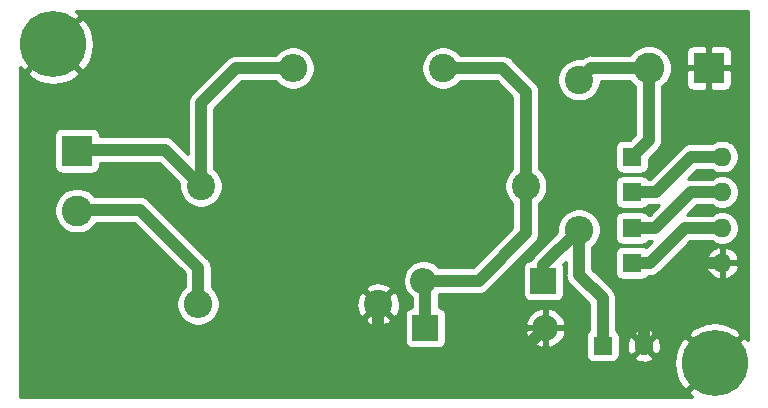
<source format=gbr>
%TF.GenerationSoftware,KiCad,Pcbnew,(5.1.6)-1*%
%TF.CreationDate,2020-09-05T12:43:39-05:00*%
%TF.ProjectId,fuente-sin-transformador,6675656e-7465-42d7-9369-6e2d7472616e,rev?*%
%TF.SameCoordinates,Original*%
%TF.FileFunction,Copper,L2,Bot*%
%TF.FilePolarity,Positive*%
%FSLAX46Y46*%
G04 Gerber Fmt 4.6, Leading zero omitted, Abs format (unit mm)*
G04 Created by KiCad (PCBNEW (5.1.6)-1) date 2020-09-05 12:43:39*
%MOMM*%
%LPD*%
G01*
G04 APERTURE LIST*
%TA.AperFunction,ComponentPad*%
%ADD10C,5.600000*%
%TD*%
%TA.AperFunction,ComponentPad*%
%ADD11O,1.600000X1.600000*%
%TD*%
%TA.AperFunction,ComponentPad*%
%ADD12R,1.600000X1.600000*%
%TD*%
%TA.AperFunction,ComponentPad*%
%ADD13O,2.400000X2.400000*%
%TD*%
%TA.AperFunction,ComponentPad*%
%ADD14C,2.400000*%
%TD*%
%TA.AperFunction,ComponentPad*%
%ADD15C,2.600000*%
%TD*%
%TA.AperFunction,ComponentPad*%
%ADD16R,2.600000X2.600000*%
%TD*%
%TA.AperFunction,ComponentPad*%
%ADD17O,2.200000X2.200000*%
%TD*%
%TA.AperFunction,ComponentPad*%
%ADD18R,2.200000X2.200000*%
%TD*%
%TA.AperFunction,ComponentPad*%
%ADD19C,1.600000*%
%TD*%
%TA.AperFunction,Conductor*%
%ADD20C,1.000000*%
%TD*%
%TA.AperFunction,Conductor*%
%ADD21C,0.254000*%
%TD*%
G04 APERTURE END LIST*
D10*
%TO.P,J4,1*%
%TO.N,GNDREF*%
X173500000Y-106500000D03*
%TD*%
%TO.P,J3,1*%
%TO.N,GNDREF*%
X117500000Y-79500000D03*
%TD*%
D11*
%TO.P,D6,2*%
%TO.N,GNDREF*%
X174120000Y-98000000D03*
D12*
%TO.P,D6,1*%
%TO.N,Net-(D5-Pad2)*%
X166500000Y-98000000D03*
%TD*%
D11*
%TO.P,D5,2*%
%TO.N,Net-(D5-Pad2)*%
X174120000Y-95050000D03*
D12*
%TO.P,D5,1*%
%TO.N,Net-(D4-Pad2)*%
X166500000Y-95050000D03*
%TD*%
D11*
%TO.P,D4,2*%
%TO.N,Net-(D4-Pad2)*%
X174120000Y-92000000D03*
D12*
%TO.P,D4,1*%
%TO.N,Net-(D3-Pad2)*%
X166500000Y-92000000D03*
%TD*%
D13*
%TO.P,R3,2*%
%TO.N,Net-(C2-Pad1)*%
X162000000Y-95200000D03*
D14*
%TO.P,R3,1*%
%TO.N,+12V*%
X162000000Y-82500000D03*
%TD*%
D13*
%TO.P,R2,2*%
%TO.N,Net-(J1-Pad2)*%
X129760000Y-101500000D03*
D14*
%TO.P,R2,1*%
%TO.N,GNDREF*%
X145000000Y-101500000D03*
%TD*%
D13*
%TO.P,R1,2*%
%TO.N,/VAC*%
X137800000Y-81500000D03*
D14*
%TO.P,R1,1*%
%TO.N,Net-(C1-Pad1)*%
X150500000Y-81500000D03*
%TD*%
D15*
%TO.P,J2,2*%
%TO.N,+12V*%
X167920000Y-81500000D03*
D16*
%TO.P,J2,1*%
%TO.N,GNDREF*%
X173000000Y-81500000D03*
%TD*%
D15*
%TO.P,J1,2*%
%TO.N,Net-(J1-Pad2)*%
X119500000Y-93580000D03*
D16*
%TO.P,J1,1*%
%TO.N,/VAC*%
X119500000Y-88500000D03*
%TD*%
D11*
%TO.P,D3,2*%
%TO.N,Net-(D3-Pad2)*%
X174120000Y-89000000D03*
D12*
%TO.P,D3,1*%
%TO.N,+12V*%
X166500000Y-89000000D03*
%TD*%
D17*
%TO.P,D2,2*%
%TO.N,Net-(C1-Pad1)*%
X148840000Y-99500000D03*
D18*
%TO.P,D2,1*%
%TO.N,Net-(C2-Pad1)*%
X159000000Y-99500000D03*
%TD*%
D17*
%TO.P,D1,2*%
%TO.N,GNDREF*%
X159160000Y-103500000D03*
D18*
%TO.P,D1,1*%
%TO.N,Net-(C1-Pad1)*%
X149000000Y-103500000D03*
%TD*%
D19*
%TO.P,C2,2*%
%TO.N,GNDREF*%
X167500000Y-105000000D03*
D12*
%TO.P,C2,1*%
%TO.N,Net-(C2-Pad1)*%
X164000000Y-105000000D03*
%TD*%
D14*
%TO.P,C1,2*%
%TO.N,/VAC*%
X130000000Y-91500000D03*
%TO.P,C1,1*%
%TO.N,Net-(C1-Pad1)*%
X157500000Y-91500000D03*
%TD*%
D20*
%TO.N,/VAC*%
X119580000Y-88420000D02*
X119500000Y-88500000D01*
X130000000Y-91500000D02*
X126920000Y-88420000D01*
X126920000Y-88420000D02*
X119580000Y-88420000D01*
%TO.N,Net-(C1-Pad1)*%
X149000000Y-99660000D02*
X148840000Y-99500000D01*
X149000000Y-103500000D02*
X149000000Y-99660000D01*
X157500000Y-83500000D02*
X157500000Y-91500000D01*
X150500000Y-81500000D02*
X155500000Y-81500000D01*
X155500000Y-81500000D02*
X157500000Y-83500000D01*
X148840000Y-99500000D02*
X153500000Y-99500000D01*
X157500000Y-95500000D02*
X157500000Y-91500000D01*
X153500000Y-99500000D02*
X157500000Y-95500000D01*
%TO.N,GNDREF*%
X145000000Y-101500000D02*
X145000000Y-104500000D01*
X145000000Y-104500000D02*
X147000000Y-106500000D01*
X156160000Y-106500000D02*
X159160000Y-103500000D01*
X147000000Y-106500000D02*
X156160000Y-106500000D01*
X167500000Y-105000000D02*
X167500000Y-101000000D01*
X170500000Y-98000000D02*
X174120000Y-98000000D01*
X167500000Y-101000000D02*
X170500000Y-98000000D01*
%TO.N,+12V*%
X163000000Y-81500000D02*
X167920000Y-81500000D01*
X162000000Y-82500000D02*
X163000000Y-81500000D01*
X167920000Y-87580000D02*
X166500000Y-89000000D01*
X167920000Y-81500000D02*
X167920000Y-87580000D01*
%TO.N,Net-(J1-Pad2)*%
X124830000Y-93500000D02*
X119580000Y-93500000D01*
X119580000Y-93500000D02*
X119500000Y-93580000D01*
X129760000Y-101500000D02*
X129760000Y-98430000D01*
X129760000Y-98430000D02*
X124830000Y-93500000D01*
%TO.N,/VAC*%
X130000000Y-84500000D02*
X130000000Y-91500000D01*
X137800000Y-81500000D02*
X133000000Y-81500000D01*
X133000000Y-81500000D02*
X130000000Y-84500000D01*
%TO.N,Net-(C2-Pad1)*%
X159000000Y-98200000D02*
X162000000Y-95200000D01*
X159000000Y-99500000D02*
X159000000Y-98200000D01*
X162000000Y-95200000D02*
X162000000Y-99000000D01*
X164000000Y-101000000D02*
X164000000Y-105000000D01*
X162000000Y-99000000D02*
X164000000Y-101000000D01*
%TO.N,Net-(D3-Pad2)*%
X171500000Y-89000000D02*
X174120000Y-89000000D01*
X166500000Y-92000000D02*
X168500000Y-92000000D01*
X168500000Y-92000000D02*
X171500000Y-89000000D01*
%TO.N,Net-(D4-Pad2)*%
X171500000Y-92000000D02*
X174120000Y-92000000D01*
X166500000Y-95050000D02*
X168450000Y-95050000D01*
X168450000Y-95050000D02*
X171500000Y-92000000D01*
%TO.N,Net-(D5-Pad2)*%
X166500000Y-98000000D02*
X168000000Y-98000000D01*
X170950000Y-95050000D02*
X174120000Y-95050000D01*
X168000000Y-98000000D02*
X170950000Y-95050000D01*
%TD*%
D21*
%TO.N,GNDREF*%
G36*
X176340001Y-104557792D02*
G01*
X175916481Y-104263124D01*
X173679605Y-106500000D01*
X173693748Y-106514143D01*
X173514143Y-106693748D01*
X173500000Y-106679605D01*
X171263124Y-108916481D01*
X171557791Y-109340000D01*
X114660000Y-109340000D01*
X114660000Y-106491484D01*
X170048390Y-106491484D01*
X170113051Y-107165023D01*
X170307870Y-107813006D01*
X170625361Y-108410530D01*
X170634823Y-108424692D01*
X171083519Y-108736876D01*
X173320395Y-106500000D01*
X171083519Y-104263124D01*
X170634823Y-104575308D01*
X170314388Y-105171259D01*
X170116374Y-105818273D01*
X170048390Y-106491484D01*
X114660000Y-106491484D01*
X114660000Y-93389419D01*
X117565000Y-93389419D01*
X117565000Y-93770581D01*
X117639361Y-94144419D01*
X117785225Y-94496566D01*
X117996987Y-94813491D01*
X118266509Y-95083013D01*
X118583434Y-95294775D01*
X118935581Y-95440639D01*
X119309419Y-95515000D01*
X119690581Y-95515000D01*
X120064419Y-95440639D01*
X120416566Y-95294775D01*
X120733491Y-95083013D01*
X121003013Y-94813491D01*
X121122277Y-94635000D01*
X124359869Y-94635000D01*
X128625001Y-98900133D01*
X128625000Y-100051446D01*
X128590256Y-100074662D01*
X128334662Y-100330256D01*
X128133844Y-100630801D01*
X127995518Y-100964750D01*
X127925000Y-101319268D01*
X127925000Y-101680732D01*
X127995518Y-102035250D01*
X128133844Y-102369199D01*
X128334662Y-102669744D01*
X128590256Y-102925338D01*
X128890801Y-103126156D01*
X129224750Y-103264482D01*
X129579268Y-103335000D01*
X129940732Y-103335000D01*
X130295250Y-103264482D01*
X130629199Y-103126156D01*
X130929744Y-102925338D01*
X131077102Y-102777980D01*
X143901626Y-102777980D01*
X144021514Y-103062836D01*
X144345210Y-103223699D01*
X144694069Y-103318322D01*
X145054684Y-103343067D01*
X145413198Y-103296985D01*
X145755833Y-103181846D01*
X145978486Y-103062836D01*
X146098374Y-102777980D01*
X145000000Y-101679605D01*
X143901626Y-102777980D01*
X131077102Y-102777980D01*
X131185338Y-102669744D01*
X131386156Y-102369199D01*
X131524482Y-102035250D01*
X131595000Y-101680732D01*
X131595000Y-101554684D01*
X143156933Y-101554684D01*
X143203015Y-101913198D01*
X143318154Y-102255833D01*
X143437164Y-102478486D01*
X143722020Y-102598374D01*
X144820395Y-101500000D01*
X145179605Y-101500000D01*
X146277980Y-102598374D01*
X146562836Y-102478486D01*
X146723699Y-102154790D01*
X146818322Y-101805931D01*
X146843067Y-101445316D01*
X146796985Y-101086802D01*
X146681846Y-100744167D01*
X146562836Y-100521514D01*
X146277980Y-100401626D01*
X145179605Y-101500000D01*
X144820395Y-101500000D01*
X143722020Y-100401626D01*
X143437164Y-100521514D01*
X143276301Y-100845210D01*
X143181678Y-101194069D01*
X143156933Y-101554684D01*
X131595000Y-101554684D01*
X131595000Y-101319268D01*
X131524482Y-100964750D01*
X131386156Y-100630801D01*
X131185338Y-100330256D01*
X131077102Y-100222020D01*
X143901626Y-100222020D01*
X145000000Y-101320395D01*
X146098374Y-100222020D01*
X145978486Y-99937164D01*
X145654790Y-99776301D01*
X145305931Y-99681678D01*
X144945316Y-99656933D01*
X144586802Y-99703015D01*
X144244167Y-99818154D01*
X144021514Y-99937164D01*
X143901626Y-100222020D01*
X131077102Y-100222020D01*
X130929744Y-100074662D01*
X130895000Y-100051447D01*
X130895000Y-99329117D01*
X147105000Y-99329117D01*
X147105000Y-99670883D01*
X147171675Y-100006081D01*
X147302463Y-100321831D01*
X147492337Y-100605998D01*
X147734002Y-100847663D01*
X147865001Y-100935193D01*
X147865000Y-101765375D01*
X147775518Y-101774188D01*
X147655820Y-101810498D01*
X147545506Y-101869463D01*
X147448815Y-101948815D01*
X147369463Y-102045506D01*
X147310498Y-102155820D01*
X147274188Y-102275518D01*
X147261928Y-102400000D01*
X147261928Y-104600000D01*
X147274188Y-104724482D01*
X147310498Y-104844180D01*
X147369463Y-104954494D01*
X147448815Y-105051185D01*
X147545506Y-105130537D01*
X147655820Y-105189502D01*
X147775518Y-105225812D01*
X147900000Y-105238072D01*
X150100000Y-105238072D01*
X150224482Y-105225812D01*
X150344180Y-105189502D01*
X150454494Y-105130537D01*
X150551185Y-105051185D01*
X150630537Y-104954494D01*
X150689502Y-104844180D01*
X150725812Y-104724482D01*
X150738072Y-104600000D01*
X150738072Y-103896122D01*
X157470825Y-103896122D01*
X157535425Y-104109094D01*
X157685469Y-104414329D01*
X157892178Y-104684427D01*
X158147609Y-104909008D01*
X158441946Y-105079442D01*
X158763877Y-105189179D01*
X159033000Y-105071600D01*
X159033000Y-103627000D01*
X159287000Y-103627000D01*
X159287000Y-105071600D01*
X159556123Y-105189179D01*
X159878054Y-105079442D01*
X160172391Y-104909008D01*
X160427822Y-104684427D01*
X160634531Y-104414329D01*
X160784575Y-104109094D01*
X160849175Y-103896122D01*
X160731125Y-103627000D01*
X159287000Y-103627000D01*
X159033000Y-103627000D01*
X157588875Y-103627000D01*
X157470825Y-103896122D01*
X150738072Y-103896122D01*
X150738072Y-103103878D01*
X157470825Y-103103878D01*
X157588875Y-103373000D01*
X159033000Y-103373000D01*
X159033000Y-101928400D01*
X159287000Y-101928400D01*
X159287000Y-103373000D01*
X160731125Y-103373000D01*
X160849175Y-103103878D01*
X160784575Y-102890906D01*
X160634531Y-102585671D01*
X160427822Y-102315573D01*
X160172391Y-102090992D01*
X159878054Y-101920558D01*
X159556123Y-101810821D01*
X159287000Y-101928400D01*
X159033000Y-101928400D01*
X158763877Y-101810821D01*
X158441946Y-101920558D01*
X158147609Y-102090992D01*
X157892178Y-102315573D01*
X157685469Y-102585671D01*
X157535425Y-102890906D01*
X157470825Y-103103878D01*
X150738072Y-103103878D01*
X150738072Y-102400000D01*
X150725812Y-102275518D01*
X150689502Y-102155820D01*
X150630537Y-102045506D01*
X150551185Y-101948815D01*
X150454494Y-101869463D01*
X150344180Y-101810498D01*
X150224482Y-101774188D01*
X150135000Y-101765375D01*
X150135000Y-100658661D01*
X150158661Y-100635000D01*
X153444249Y-100635000D01*
X153500000Y-100640491D01*
X153555751Y-100635000D01*
X153555752Y-100635000D01*
X153722499Y-100618577D01*
X153936447Y-100553676D01*
X154133623Y-100448284D01*
X154306449Y-100306449D01*
X154341996Y-100263135D01*
X156205131Y-98400000D01*
X157261928Y-98400000D01*
X157261928Y-100600000D01*
X157274188Y-100724482D01*
X157310498Y-100844180D01*
X157369463Y-100954494D01*
X157448815Y-101051185D01*
X157545506Y-101130537D01*
X157655820Y-101189502D01*
X157775518Y-101225812D01*
X157900000Y-101238072D01*
X160100000Y-101238072D01*
X160224482Y-101225812D01*
X160344180Y-101189502D01*
X160454494Y-101130537D01*
X160551185Y-101051185D01*
X160630537Y-100954494D01*
X160689502Y-100844180D01*
X160725812Y-100724482D01*
X160738072Y-100600000D01*
X160738072Y-98400000D01*
X160725812Y-98275518D01*
X160689502Y-98155820D01*
X160675502Y-98129629D01*
X160865001Y-97940131D01*
X160865001Y-98944239D01*
X160859509Y-99000000D01*
X160881423Y-99222498D01*
X160946324Y-99436446D01*
X160995384Y-99528230D01*
X161051717Y-99633623D01*
X161193552Y-99806449D01*
X161236860Y-99841991D01*
X162865000Y-101470132D01*
X162865001Y-103659043D01*
X162845506Y-103669463D01*
X162748815Y-103748815D01*
X162669463Y-103845506D01*
X162610498Y-103955820D01*
X162574188Y-104075518D01*
X162561928Y-104200000D01*
X162561928Y-105800000D01*
X162574188Y-105924482D01*
X162610498Y-106044180D01*
X162669463Y-106154494D01*
X162748815Y-106251185D01*
X162845506Y-106330537D01*
X162955820Y-106389502D01*
X163075518Y-106425812D01*
X163200000Y-106438072D01*
X164800000Y-106438072D01*
X164924482Y-106425812D01*
X165044180Y-106389502D01*
X165154494Y-106330537D01*
X165251185Y-106251185D01*
X165330537Y-106154494D01*
X165389502Y-106044180D01*
X165405117Y-105992702D01*
X166686903Y-105992702D01*
X166758486Y-106236671D01*
X167013996Y-106357571D01*
X167288184Y-106426300D01*
X167570512Y-106440217D01*
X167850130Y-106398787D01*
X168116292Y-106303603D01*
X168241514Y-106236671D01*
X168313097Y-105992702D01*
X167500000Y-105179605D01*
X166686903Y-105992702D01*
X165405117Y-105992702D01*
X165425812Y-105924482D01*
X165438072Y-105800000D01*
X165438072Y-105070512D01*
X166059783Y-105070512D01*
X166101213Y-105350130D01*
X166196397Y-105616292D01*
X166263329Y-105741514D01*
X166507298Y-105813097D01*
X167320395Y-105000000D01*
X167679605Y-105000000D01*
X168492702Y-105813097D01*
X168736671Y-105741514D01*
X168857571Y-105486004D01*
X168926300Y-105211816D01*
X168940217Y-104929488D01*
X168898787Y-104649870D01*
X168803603Y-104383708D01*
X168736671Y-104258486D01*
X168492702Y-104186903D01*
X167679605Y-105000000D01*
X167320395Y-105000000D01*
X166507298Y-104186903D01*
X166263329Y-104258486D01*
X166142429Y-104513996D01*
X166073700Y-104788184D01*
X166059783Y-105070512D01*
X165438072Y-105070512D01*
X165438072Y-104200000D01*
X165425812Y-104075518D01*
X165405118Y-104007298D01*
X166686903Y-104007298D01*
X167500000Y-104820395D01*
X168236876Y-104083519D01*
X171263124Y-104083519D01*
X173500000Y-106320395D01*
X175736876Y-104083519D01*
X175424692Y-103634823D01*
X174828741Y-103314388D01*
X174181727Y-103116374D01*
X173508516Y-103048390D01*
X172834977Y-103113051D01*
X172186994Y-103307870D01*
X171589470Y-103625361D01*
X171575308Y-103634823D01*
X171263124Y-104083519D01*
X168236876Y-104083519D01*
X168313097Y-104007298D01*
X168241514Y-103763329D01*
X167986004Y-103642429D01*
X167711816Y-103573700D01*
X167429488Y-103559783D01*
X167149870Y-103601213D01*
X166883708Y-103696397D01*
X166758486Y-103763329D01*
X166686903Y-104007298D01*
X165405118Y-104007298D01*
X165389502Y-103955820D01*
X165330537Y-103845506D01*
X165251185Y-103748815D01*
X165154494Y-103669463D01*
X165135000Y-103659043D01*
X165135000Y-101055751D01*
X165140491Y-100999999D01*
X165118577Y-100777500D01*
X165075349Y-100635000D01*
X165053676Y-100563553D01*
X164948284Y-100366377D01*
X164806449Y-100193551D01*
X164763141Y-100158009D01*
X163135000Y-98529869D01*
X163135000Y-96648553D01*
X163169744Y-96625338D01*
X163425338Y-96369744D01*
X163626156Y-96069199D01*
X163764482Y-95735250D01*
X163835000Y-95380732D01*
X163835000Y-95019268D01*
X163764482Y-94664750D01*
X163626156Y-94330801D01*
X163425338Y-94030256D01*
X163169744Y-93774662D01*
X162869199Y-93573844D01*
X162535250Y-93435518D01*
X162180732Y-93365000D01*
X161819268Y-93365000D01*
X161464750Y-93435518D01*
X161130801Y-93573844D01*
X160830256Y-93774662D01*
X160574662Y-94030256D01*
X160373844Y-94330801D01*
X160235518Y-94664750D01*
X160165000Y-95019268D01*
X160165000Y-95380732D01*
X160173152Y-95421716D01*
X158236860Y-97358009D01*
X158193552Y-97393551D01*
X158051717Y-97566377D01*
X157947193Y-97761928D01*
X157900000Y-97761928D01*
X157775518Y-97774188D01*
X157655820Y-97810498D01*
X157545506Y-97869463D01*
X157448815Y-97948815D01*
X157369463Y-98045506D01*
X157310498Y-98155820D01*
X157274188Y-98275518D01*
X157261928Y-98400000D01*
X156205131Y-98400000D01*
X158263141Y-96341991D01*
X158306449Y-96306449D01*
X158448284Y-96133623D01*
X158553676Y-95936447D01*
X158618577Y-95722499D01*
X158635000Y-95555752D01*
X158635000Y-95555743D01*
X158640490Y-95500001D01*
X158635000Y-95444259D01*
X158635000Y-92948553D01*
X158669744Y-92925338D01*
X158925338Y-92669744D01*
X159126156Y-92369199D01*
X159264482Y-92035250D01*
X159335000Y-91680732D01*
X159335000Y-91319268D01*
X159311277Y-91200000D01*
X165061928Y-91200000D01*
X165061928Y-92800000D01*
X165074188Y-92924482D01*
X165110498Y-93044180D01*
X165169463Y-93154494D01*
X165248815Y-93251185D01*
X165345506Y-93330537D01*
X165455820Y-93389502D01*
X165575518Y-93425812D01*
X165700000Y-93438072D01*
X167300000Y-93438072D01*
X167424482Y-93425812D01*
X167544180Y-93389502D01*
X167654494Y-93330537D01*
X167751185Y-93251185D01*
X167830537Y-93154494D01*
X167840957Y-93135000D01*
X168444249Y-93135000D01*
X168500000Y-93140491D01*
X168555751Y-93135000D01*
X168555752Y-93135000D01*
X168722499Y-93118577D01*
X168799715Y-93095154D01*
X167979869Y-93915000D01*
X167840957Y-93915000D01*
X167830537Y-93895506D01*
X167751185Y-93798815D01*
X167654494Y-93719463D01*
X167544180Y-93660498D01*
X167424482Y-93624188D01*
X167300000Y-93611928D01*
X165700000Y-93611928D01*
X165575518Y-93624188D01*
X165455820Y-93660498D01*
X165345506Y-93719463D01*
X165248815Y-93798815D01*
X165169463Y-93895506D01*
X165110498Y-94005820D01*
X165074188Y-94125518D01*
X165061928Y-94250000D01*
X165061928Y-95850000D01*
X165074188Y-95974482D01*
X165110498Y-96094180D01*
X165169463Y-96204494D01*
X165248815Y-96301185D01*
X165345506Y-96380537D01*
X165455820Y-96439502D01*
X165575518Y-96475812D01*
X165700000Y-96488072D01*
X167300000Y-96488072D01*
X167424482Y-96475812D01*
X167544180Y-96439502D01*
X167654494Y-96380537D01*
X167751185Y-96301185D01*
X167830537Y-96204494D01*
X167840957Y-96185000D01*
X168209869Y-96185000D01*
X167693442Y-96701427D01*
X167654494Y-96669463D01*
X167544180Y-96610498D01*
X167424482Y-96574188D01*
X167300000Y-96561928D01*
X165700000Y-96561928D01*
X165575518Y-96574188D01*
X165455820Y-96610498D01*
X165345506Y-96669463D01*
X165248815Y-96748815D01*
X165169463Y-96845506D01*
X165110498Y-96955820D01*
X165074188Y-97075518D01*
X165061928Y-97200000D01*
X165061928Y-98800000D01*
X165074188Y-98924482D01*
X165110498Y-99044180D01*
X165169463Y-99154494D01*
X165248815Y-99251185D01*
X165345506Y-99330537D01*
X165455820Y-99389502D01*
X165575518Y-99425812D01*
X165700000Y-99438072D01*
X167300000Y-99438072D01*
X167424482Y-99425812D01*
X167544180Y-99389502D01*
X167654494Y-99330537D01*
X167751185Y-99251185D01*
X167830537Y-99154494D01*
X167840957Y-99135000D01*
X167944249Y-99135000D01*
X168000000Y-99140491D01*
X168055751Y-99135000D01*
X168055752Y-99135000D01*
X168222499Y-99118577D01*
X168436447Y-99053676D01*
X168633623Y-98948284D01*
X168806449Y-98806449D01*
X168841996Y-98763135D01*
X169256092Y-98349039D01*
X172728096Y-98349039D01*
X172768754Y-98483087D01*
X172888963Y-98737420D01*
X173056481Y-98963414D01*
X173264869Y-99152385D01*
X173506119Y-99297070D01*
X173770960Y-99391909D01*
X173993000Y-99270624D01*
X173993000Y-98127000D01*
X174247000Y-98127000D01*
X174247000Y-99270624D01*
X174469040Y-99391909D01*
X174733881Y-99297070D01*
X174975131Y-99152385D01*
X175183519Y-98963414D01*
X175351037Y-98737420D01*
X175471246Y-98483087D01*
X175511904Y-98349039D01*
X175389915Y-98127000D01*
X174247000Y-98127000D01*
X173993000Y-98127000D01*
X172850085Y-98127000D01*
X172728096Y-98349039D01*
X169256092Y-98349039D01*
X169954170Y-97650961D01*
X172728096Y-97650961D01*
X172850085Y-97873000D01*
X173993000Y-97873000D01*
X173993000Y-96729376D01*
X174247000Y-96729376D01*
X174247000Y-97873000D01*
X175389915Y-97873000D01*
X175511904Y-97650961D01*
X175471246Y-97516913D01*
X175351037Y-97262580D01*
X175183519Y-97036586D01*
X174975131Y-96847615D01*
X174733881Y-96702930D01*
X174469040Y-96608091D01*
X174247000Y-96729376D01*
X173993000Y-96729376D01*
X173770960Y-96608091D01*
X173506119Y-96702930D01*
X173264869Y-96847615D01*
X173056481Y-97036586D01*
X172888963Y-97262580D01*
X172768754Y-97516913D01*
X172728096Y-97650961D01*
X169954170Y-97650961D01*
X171420132Y-96185000D01*
X173235716Y-96185000D01*
X173440273Y-96321680D01*
X173701426Y-96429853D01*
X173978665Y-96485000D01*
X174261335Y-96485000D01*
X174538574Y-96429853D01*
X174799727Y-96321680D01*
X175034759Y-96164637D01*
X175234637Y-95964759D01*
X175391680Y-95729727D01*
X175499853Y-95468574D01*
X175555000Y-95191335D01*
X175555000Y-94908665D01*
X175499853Y-94631426D01*
X175391680Y-94370273D01*
X175234637Y-94135241D01*
X175034759Y-93935363D01*
X174799727Y-93778320D01*
X174538574Y-93670147D01*
X174261335Y-93615000D01*
X173978665Y-93615000D01*
X173701426Y-93670147D01*
X173440273Y-93778320D01*
X173235716Y-93915000D01*
X171190132Y-93915000D01*
X171970132Y-93135000D01*
X173235716Y-93135000D01*
X173440273Y-93271680D01*
X173701426Y-93379853D01*
X173978665Y-93435000D01*
X174261335Y-93435000D01*
X174538574Y-93379853D01*
X174799727Y-93271680D01*
X175034759Y-93114637D01*
X175234637Y-92914759D01*
X175391680Y-92679727D01*
X175499853Y-92418574D01*
X175555000Y-92141335D01*
X175555000Y-91858665D01*
X175499853Y-91581426D01*
X175391680Y-91320273D01*
X175234637Y-91085241D01*
X175034759Y-90885363D01*
X174799727Y-90728320D01*
X174538574Y-90620147D01*
X174261335Y-90565000D01*
X173978665Y-90565000D01*
X173701426Y-90620147D01*
X173440273Y-90728320D01*
X173235716Y-90865000D01*
X171555741Y-90865000D01*
X171499999Y-90859510D01*
X171444257Y-90865000D01*
X171444248Y-90865000D01*
X171277501Y-90881423D01*
X171200286Y-90904846D01*
X171970133Y-90135000D01*
X173235716Y-90135000D01*
X173440273Y-90271680D01*
X173701426Y-90379853D01*
X173978665Y-90435000D01*
X174261335Y-90435000D01*
X174538574Y-90379853D01*
X174799727Y-90271680D01*
X175034759Y-90114637D01*
X175234637Y-89914759D01*
X175391680Y-89679727D01*
X175499853Y-89418574D01*
X175555000Y-89141335D01*
X175555000Y-88858665D01*
X175499853Y-88581426D01*
X175391680Y-88320273D01*
X175234637Y-88085241D01*
X175034759Y-87885363D01*
X174799727Y-87728320D01*
X174538574Y-87620147D01*
X174261335Y-87565000D01*
X173978665Y-87565000D01*
X173701426Y-87620147D01*
X173440273Y-87728320D01*
X173235716Y-87865000D01*
X171555752Y-87865000D01*
X171500000Y-87859509D01*
X171277501Y-87881423D01*
X171063553Y-87946324D01*
X170866377Y-88051716D01*
X170736856Y-88158011D01*
X170736854Y-88158013D01*
X170693551Y-88193551D01*
X170658013Y-88236854D01*
X168029869Y-90865000D01*
X167840957Y-90865000D01*
X167830537Y-90845506D01*
X167751185Y-90748815D01*
X167654494Y-90669463D01*
X167544180Y-90610498D01*
X167424482Y-90574188D01*
X167300000Y-90561928D01*
X165700000Y-90561928D01*
X165575518Y-90574188D01*
X165455820Y-90610498D01*
X165345506Y-90669463D01*
X165248815Y-90748815D01*
X165169463Y-90845506D01*
X165110498Y-90955820D01*
X165074188Y-91075518D01*
X165061928Y-91200000D01*
X159311277Y-91200000D01*
X159264482Y-90964750D01*
X159126156Y-90630801D01*
X158925338Y-90330256D01*
X158669744Y-90074662D01*
X158635000Y-90051447D01*
X158635000Y-83555751D01*
X158640491Y-83499999D01*
X158618577Y-83277500D01*
X158599549Y-83214775D01*
X158553676Y-83063553D01*
X158448284Y-82866377D01*
X158306449Y-82693551D01*
X158263141Y-82658009D01*
X157924400Y-82319268D01*
X160165000Y-82319268D01*
X160165000Y-82680732D01*
X160235518Y-83035250D01*
X160373844Y-83369199D01*
X160574662Y-83669744D01*
X160830256Y-83925338D01*
X161130801Y-84126156D01*
X161464750Y-84264482D01*
X161819268Y-84335000D01*
X162180732Y-84335000D01*
X162535250Y-84264482D01*
X162869199Y-84126156D01*
X163169744Y-83925338D01*
X163425338Y-83669744D01*
X163626156Y-83369199D01*
X163764482Y-83035250D01*
X163835000Y-82680732D01*
X163835000Y-82635000D01*
X166351178Y-82635000D01*
X166416987Y-82733491D01*
X166686509Y-83003013D01*
X166785000Y-83068823D01*
X166785001Y-87109867D01*
X166332941Y-87561928D01*
X165700000Y-87561928D01*
X165575518Y-87574188D01*
X165455820Y-87610498D01*
X165345506Y-87669463D01*
X165248815Y-87748815D01*
X165169463Y-87845506D01*
X165110498Y-87955820D01*
X165074188Y-88075518D01*
X165061928Y-88200000D01*
X165061928Y-89800000D01*
X165074188Y-89924482D01*
X165110498Y-90044180D01*
X165169463Y-90154494D01*
X165248815Y-90251185D01*
X165345506Y-90330537D01*
X165455820Y-90389502D01*
X165575518Y-90425812D01*
X165700000Y-90438072D01*
X167300000Y-90438072D01*
X167424482Y-90425812D01*
X167544180Y-90389502D01*
X167654494Y-90330537D01*
X167751185Y-90251185D01*
X167830537Y-90154494D01*
X167889502Y-90044180D01*
X167925812Y-89924482D01*
X167938072Y-89800000D01*
X167938072Y-89167059D01*
X168683140Y-88421992D01*
X168726449Y-88386449D01*
X168868284Y-88213623D01*
X168973676Y-88016447D01*
X169038577Y-87802499D01*
X169055000Y-87635752D01*
X169055000Y-87635743D01*
X169060490Y-87580001D01*
X169055000Y-87524259D01*
X169055000Y-83068822D01*
X169153491Y-83003013D01*
X169356504Y-82800000D01*
X171061928Y-82800000D01*
X171074188Y-82924482D01*
X171110498Y-83044180D01*
X171169463Y-83154494D01*
X171248815Y-83251185D01*
X171345506Y-83330537D01*
X171455820Y-83389502D01*
X171575518Y-83425812D01*
X171700000Y-83438072D01*
X172714250Y-83435000D01*
X172873000Y-83276250D01*
X172873000Y-81627000D01*
X173127000Y-81627000D01*
X173127000Y-83276250D01*
X173285750Y-83435000D01*
X174300000Y-83438072D01*
X174424482Y-83425812D01*
X174544180Y-83389502D01*
X174654494Y-83330537D01*
X174751185Y-83251185D01*
X174830537Y-83154494D01*
X174889502Y-83044180D01*
X174925812Y-82924482D01*
X174938072Y-82800000D01*
X174935000Y-81785750D01*
X174776250Y-81627000D01*
X173127000Y-81627000D01*
X172873000Y-81627000D01*
X171223750Y-81627000D01*
X171065000Y-81785750D01*
X171061928Y-82800000D01*
X169356504Y-82800000D01*
X169423013Y-82733491D01*
X169634775Y-82416566D01*
X169780639Y-82064419D01*
X169855000Y-81690581D01*
X169855000Y-81309419D01*
X169780639Y-80935581D01*
X169634775Y-80583434D01*
X169423013Y-80266509D01*
X169356504Y-80200000D01*
X171061928Y-80200000D01*
X171065000Y-81214250D01*
X171223750Y-81373000D01*
X172873000Y-81373000D01*
X172873000Y-79723750D01*
X173127000Y-79723750D01*
X173127000Y-81373000D01*
X174776250Y-81373000D01*
X174935000Y-81214250D01*
X174938072Y-80200000D01*
X174925812Y-80075518D01*
X174889502Y-79955820D01*
X174830537Y-79845506D01*
X174751185Y-79748815D01*
X174654494Y-79669463D01*
X174544180Y-79610498D01*
X174424482Y-79574188D01*
X174300000Y-79561928D01*
X173285750Y-79565000D01*
X173127000Y-79723750D01*
X172873000Y-79723750D01*
X172714250Y-79565000D01*
X171700000Y-79561928D01*
X171575518Y-79574188D01*
X171455820Y-79610498D01*
X171345506Y-79669463D01*
X171248815Y-79748815D01*
X171169463Y-79845506D01*
X171110498Y-79955820D01*
X171074188Y-80075518D01*
X171061928Y-80200000D01*
X169356504Y-80200000D01*
X169153491Y-79996987D01*
X168836566Y-79785225D01*
X168484419Y-79639361D01*
X168110581Y-79565000D01*
X167729419Y-79565000D01*
X167355581Y-79639361D01*
X167003434Y-79785225D01*
X166686509Y-79996987D01*
X166416987Y-80266509D01*
X166351178Y-80365000D01*
X163055752Y-80365000D01*
X163000000Y-80359509D01*
X162777501Y-80381423D01*
X162563553Y-80446324D01*
X162366377Y-80551716D01*
X162236856Y-80658011D01*
X162236855Y-80658012D01*
X162219052Y-80672622D01*
X162180732Y-80665000D01*
X161819268Y-80665000D01*
X161464750Y-80735518D01*
X161130801Y-80873844D01*
X160830256Y-81074662D01*
X160574662Y-81330256D01*
X160373844Y-81630801D01*
X160235518Y-81964750D01*
X160165000Y-82319268D01*
X157924400Y-82319268D01*
X156341996Y-80736865D01*
X156306449Y-80693551D01*
X156133623Y-80551716D01*
X155936447Y-80446324D01*
X155722499Y-80381423D01*
X155555752Y-80365000D01*
X155555751Y-80365000D01*
X155500000Y-80359509D01*
X155444249Y-80365000D01*
X151948553Y-80365000D01*
X151925338Y-80330256D01*
X151669744Y-80074662D01*
X151369199Y-79873844D01*
X151035250Y-79735518D01*
X150680732Y-79665000D01*
X150319268Y-79665000D01*
X149964750Y-79735518D01*
X149630801Y-79873844D01*
X149330256Y-80074662D01*
X149074662Y-80330256D01*
X148873844Y-80630801D01*
X148735518Y-80964750D01*
X148665000Y-81319268D01*
X148665000Y-81680732D01*
X148735518Y-82035250D01*
X148873844Y-82369199D01*
X149074662Y-82669744D01*
X149330256Y-82925338D01*
X149630801Y-83126156D01*
X149964750Y-83264482D01*
X150319268Y-83335000D01*
X150680732Y-83335000D01*
X151035250Y-83264482D01*
X151369199Y-83126156D01*
X151669744Y-82925338D01*
X151925338Y-82669744D01*
X151948553Y-82635000D01*
X155029869Y-82635000D01*
X156365000Y-83970132D01*
X156365001Y-90051446D01*
X156330256Y-90074662D01*
X156074662Y-90330256D01*
X155873844Y-90630801D01*
X155735518Y-90964750D01*
X155665000Y-91319268D01*
X155665000Y-91680732D01*
X155735518Y-92035250D01*
X155873844Y-92369199D01*
X156074662Y-92669744D01*
X156330256Y-92925338D01*
X156365001Y-92948554D01*
X156365000Y-95029868D01*
X153029869Y-98365000D01*
X150158661Y-98365000D01*
X149945998Y-98152337D01*
X149661831Y-97962463D01*
X149346081Y-97831675D01*
X149010883Y-97765000D01*
X148669117Y-97765000D01*
X148333919Y-97831675D01*
X148018169Y-97962463D01*
X147734002Y-98152337D01*
X147492337Y-98394002D01*
X147302463Y-98678169D01*
X147171675Y-98993919D01*
X147105000Y-99329117D01*
X130895000Y-99329117D01*
X130895000Y-98485752D01*
X130900491Y-98430000D01*
X130878577Y-98207501D01*
X130813676Y-97993553D01*
X130708284Y-97796377D01*
X130680012Y-97761928D01*
X130566449Y-97623551D01*
X130523141Y-97588009D01*
X125671996Y-92736865D01*
X125636449Y-92693551D01*
X125463623Y-92551716D01*
X125266447Y-92446324D01*
X125052499Y-92381423D01*
X124885752Y-92365000D01*
X124885751Y-92365000D01*
X124830000Y-92359509D01*
X124774249Y-92365000D01*
X121015368Y-92365000D01*
X121003013Y-92346509D01*
X120733491Y-92076987D01*
X120416566Y-91865225D01*
X120064419Y-91719361D01*
X119690581Y-91645000D01*
X119309419Y-91645000D01*
X118935581Y-91719361D01*
X118583434Y-91865225D01*
X118266509Y-92076987D01*
X117996987Y-92346509D01*
X117785225Y-92663434D01*
X117639361Y-93015581D01*
X117565000Y-93389419D01*
X114660000Y-93389419D01*
X114660000Y-87200000D01*
X117561928Y-87200000D01*
X117561928Y-89800000D01*
X117574188Y-89924482D01*
X117610498Y-90044180D01*
X117669463Y-90154494D01*
X117748815Y-90251185D01*
X117845506Y-90330537D01*
X117955820Y-90389502D01*
X118075518Y-90425812D01*
X118200000Y-90438072D01*
X120800000Y-90438072D01*
X120924482Y-90425812D01*
X121044180Y-90389502D01*
X121154494Y-90330537D01*
X121251185Y-90251185D01*
X121330537Y-90154494D01*
X121389502Y-90044180D01*
X121425812Y-89924482D01*
X121438072Y-89800000D01*
X121438072Y-89555000D01*
X126449869Y-89555000D01*
X128173152Y-91278284D01*
X128165000Y-91319268D01*
X128165000Y-91680732D01*
X128235518Y-92035250D01*
X128373844Y-92369199D01*
X128574662Y-92669744D01*
X128830256Y-92925338D01*
X129130801Y-93126156D01*
X129464750Y-93264482D01*
X129819268Y-93335000D01*
X130180732Y-93335000D01*
X130535250Y-93264482D01*
X130869199Y-93126156D01*
X131169744Y-92925338D01*
X131425338Y-92669744D01*
X131626156Y-92369199D01*
X131764482Y-92035250D01*
X131835000Y-91680732D01*
X131835000Y-91319268D01*
X131764482Y-90964750D01*
X131626156Y-90630801D01*
X131425338Y-90330256D01*
X131169744Y-90074662D01*
X131135000Y-90051447D01*
X131135000Y-84970131D01*
X133470133Y-82635000D01*
X136351447Y-82635000D01*
X136374662Y-82669744D01*
X136630256Y-82925338D01*
X136930801Y-83126156D01*
X137264750Y-83264482D01*
X137619268Y-83335000D01*
X137980732Y-83335000D01*
X138335250Y-83264482D01*
X138669199Y-83126156D01*
X138969744Y-82925338D01*
X139225338Y-82669744D01*
X139426156Y-82369199D01*
X139564482Y-82035250D01*
X139635000Y-81680732D01*
X139635000Y-81319268D01*
X139564482Y-80964750D01*
X139426156Y-80630801D01*
X139225338Y-80330256D01*
X138969744Y-80074662D01*
X138669199Y-79873844D01*
X138335250Y-79735518D01*
X137980732Y-79665000D01*
X137619268Y-79665000D01*
X137264750Y-79735518D01*
X136930801Y-79873844D01*
X136630256Y-80074662D01*
X136374662Y-80330256D01*
X136351447Y-80365000D01*
X133055752Y-80365000D01*
X133000000Y-80359509D01*
X132777501Y-80381423D01*
X132563553Y-80446324D01*
X132366377Y-80551716D01*
X132236856Y-80658011D01*
X132236855Y-80658012D01*
X132193551Y-80693551D01*
X132158013Y-80736854D01*
X129236865Y-83658004D01*
X129193551Y-83693551D01*
X129051716Y-83866377D01*
X128946325Y-84063553D01*
X128946324Y-84063554D01*
X128881423Y-84277502D01*
X128859509Y-84500000D01*
X128865000Y-84555752D01*
X128865001Y-88759869D01*
X127761996Y-87656865D01*
X127726449Y-87613551D01*
X127553623Y-87471716D01*
X127356447Y-87366324D01*
X127142499Y-87301423D01*
X126975752Y-87285000D01*
X126975751Y-87285000D01*
X126920000Y-87279509D01*
X126864249Y-87285000D01*
X121438072Y-87285000D01*
X121438072Y-87200000D01*
X121425812Y-87075518D01*
X121389502Y-86955820D01*
X121330537Y-86845506D01*
X121251185Y-86748815D01*
X121154494Y-86669463D01*
X121044180Y-86610498D01*
X120924482Y-86574188D01*
X120800000Y-86561928D01*
X118200000Y-86561928D01*
X118075518Y-86574188D01*
X117955820Y-86610498D01*
X117845506Y-86669463D01*
X117748815Y-86748815D01*
X117669463Y-86845506D01*
X117610498Y-86955820D01*
X117574188Y-87075518D01*
X117561928Y-87200000D01*
X114660000Y-87200000D01*
X114660000Y-81916481D01*
X115263124Y-81916481D01*
X115575308Y-82365177D01*
X116171259Y-82685612D01*
X116818273Y-82883626D01*
X117491484Y-82951610D01*
X118165023Y-82886949D01*
X118813006Y-82692130D01*
X119410530Y-82374639D01*
X119424692Y-82365177D01*
X119736876Y-81916481D01*
X117500000Y-79679605D01*
X115263124Y-81916481D01*
X114660000Y-81916481D01*
X114660000Y-81442209D01*
X115083519Y-81736876D01*
X117320395Y-79500000D01*
X117679605Y-79500000D01*
X119916481Y-81736876D01*
X120365177Y-81424692D01*
X120685612Y-80828741D01*
X120883626Y-80181727D01*
X120951610Y-79508516D01*
X120886949Y-78834977D01*
X120692130Y-78186994D01*
X120374639Y-77589470D01*
X120365177Y-77575308D01*
X119916481Y-77263124D01*
X117679605Y-79500000D01*
X117320395Y-79500000D01*
X117306253Y-79485858D01*
X117485858Y-79306253D01*
X117500000Y-79320395D01*
X119736876Y-77083519D01*
X119442209Y-76660000D01*
X176340000Y-76660000D01*
X176340001Y-104557792D01*
G37*
X176340001Y-104557792D02*
X175916481Y-104263124D01*
X173679605Y-106500000D01*
X173693748Y-106514143D01*
X173514143Y-106693748D01*
X173500000Y-106679605D01*
X171263124Y-108916481D01*
X171557791Y-109340000D01*
X114660000Y-109340000D01*
X114660000Y-106491484D01*
X170048390Y-106491484D01*
X170113051Y-107165023D01*
X170307870Y-107813006D01*
X170625361Y-108410530D01*
X170634823Y-108424692D01*
X171083519Y-108736876D01*
X173320395Y-106500000D01*
X171083519Y-104263124D01*
X170634823Y-104575308D01*
X170314388Y-105171259D01*
X170116374Y-105818273D01*
X170048390Y-106491484D01*
X114660000Y-106491484D01*
X114660000Y-93389419D01*
X117565000Y-93389419D01*
X117565000Y-93770581D01*
X117639361Y-94144419D01*
X117785225Y-94496566D01*
X117996987Y-94813491D01*
X118266509Y-95083013D01*
X118583434Y-95294775D01*
X118935581Y-95440639D01*
X119309419Y-95515000D01*
X119690581Y-95515000D01*
X120064419Y-95440639D01*
X120416566Y-95294775D01*
X120733491Y-95083013D01*
X121003013Y-94813491D01*
X121122277Y-94635000D01*
X124359869Y-94635000D01*
X128625001Y-98900133D01*
X128625000Y-100051446D01*
X128590256Y-100074662D01*
X128334662Y-100330256D01*
X128133844Y-100630801D01*
X127995518Y-100964750D01*
X127925000Y-101319268D01*
X127925000Y-101680732D01*
X127995518Y-102035250D01*
X128133844Y-102369199D01*
X128334662Y-102669744D01*
X128590256Y-102925338D01*
X128890801Y-103126156D01*
X129224750Y-103264482D01*
X129579268Y-103335000D01*
X129940732Y-103335000D01*
X130295250Y-103264482D01*
X130629199Y-103126156D01*
X130929744Y-102925338D01*
X131077102Y-102777980D01*
X143901626Y-102777980D01*
X144021514Y-103062836D01*
X144345210Y-103223699D01*
X144694069Y-103318322D01*
X145054684Y-103343067D01*
X145413198Y-103296985D01*
X145755833Y-103181846D01*
X145978486Y-103062836D01*
X146098374Y-102777980D01*
X145000000Y-101679605D01*
X143901626Y-102777980D01*
X131077102Y-102777980D01*
X131185338Y-102669744D01*
X131386156Y-102369199D01*
X131524482Y-102035250D01*
X131595000Y-101680732D01*
X131595000Y-101554684D01*
X143156933Y-101554684D01*
X143203015Y-101913198D01*
X143318154Y-102255833D01*
X143437164Y-102478486D01*
X143722020Y-102598374D01*
X144820395Y-101500000D01*
X145179605Y-101500000D01*
X146277980Y-102598374D01*
X146562836Y-102478486D01*
X146723699Y-102154790D01*
X146818322Y-101805931D01*
X146843067Y-101445316D01*
X146796985Y-101086802D01*
X146681846Y-100744167D01*
X146562836Y-100521514D01*
X146277980Y-100401626D01*
X145179605Y-101500000D01*
X144820395Y-101500000D01*
X143722020Y-100401626D01*
X143437164Y-100521514D01*
X143276301Y-100845210D01*
X143181678Y-101194069D01*
X143156933Y-101554684D01*
X131595000Y-101554684D01*
X131595000Y-101319268D01*
X131524482Y-100964750D01*
X131386156Y-100630801D01*
X131185338Y-100330256D01*
X131077102Y-100222020D01*
X143901626Y-100222020D01*
X145000000Y-101320395D01*
X146098374Y-100222020D01*
X145978486Y-99937164D01*
X145654790Y-99776301D01*
X145305931Y-99681678D01*
X144945316Y-99656933D01*
X144586802Y-99703015D01*
X144244167Y-99818154D01*
X144021514Y-99937164D01*
X143901626Y-100222020D01*
X131077102Y-100222020D01*
X130929744Y-100074662D01*
X130895000Y-100051447D01*
X130895000Y-99329117D01*
X147105000Y-99329117D01*
X147105000Y-99670883D01*
X147171675Y-100006081D01*
X147302463Y-100321831D01*
X147492337Y-100605998D01*
X147734002Y-100847663D01*
X147865001Y-100935193D01*
X147865000Y-101765375D01*
X147775518Y-101774188D01*
X147655820Y-101810498D01*
X147545506Y-101869463D01*
X147448815Y-101948815D01*
X147369463Y-102045506D01*
X147310498Y-102155820D01*
X147274188Y-102275518D01*
X147261928Y-102400000D01*
X147261928Y-104600000D01*
X147274188Y-104724482D01*
X147310498Y-104844180D01*
X147369463Y-104954494D01*
X147448815Y-105051185D01*
X147545506Y-105130537D01*
X147655820Y-105189502D01*
X147775518Y-105225812D01*
X147900000Y-105238072D01*
X150100000Y-105238072D01*
X150224482Y-105225812D01*
X150344180Y-105189502D01*
X150454494Y-105130537D01*
X150551185Y-105051185D01*
X150630537Y-104954494D01*
X150689502Y-104844180D01*
X150725812Y-104724482D01*
X150738072Y-104600000D01*
X150738072Y-103896122D01*
X157470825Y-103896122D01*
X157535425Y-104109094D01*
X157685469Y-104414329D01*
X157892178Y-104684427D01*
X158147609Y-104909008D01*
X158441946Y-105079442D01*
X158763877Y-105189179D01*
X159033000Y-105071600D01*
X159033000Y-103627000D01*
X159287000Y-103627000D01*
X159287000Y-105071600D01*
X159556123Y-105189179D01*
X159878054Y-105079442D01*
X160172391Y-104909008D01*
X160427822Y-104684427D01*
X160634531Y-104414329D01*
X160784575Y-104109094D01*
X160849175Y-103896122D01*
X160731125Y-103627000D01*
X159287000Y-103627000D01*
X159033000Y-103627000D01*
X157588875Y-103627000D01*
X157470825Y-103896122D01*
X150738072Y-103896122D01*
X150738072Y-103103878D01*
X157470825Y-103103878D01*
X157588875Y-103373000D01*
X159033000Y-103373000D01*
X159033000Y-101928400D01*
X159287000Y-101928400D01*
X159287000Y-103373000D01*
X160731125Y-103373000D01*
X160849175Y-103103878D01*
X160784575Y-102890906D01*
X160634531Y-102585671D01*
X160427822Y-102315573D01*
X160172391Y-102090992D01*
X159878054Y-101920558D01*
X159556123Y-101810821D01*
X159287000Y-101928400D01*
X159033000Y-101928400D01*
X158763877Y-101810821D01*
X158441946Y-101920558D01*
X158147609Y-102090992D01*
X157892178Y-102315573D01*
X157685469Y-102585671D01*
X157535425Y-102890906D01*
X157470825Y-103103878D01*
X150738072Y-103103878D01*
X150738072Y-102400000D01*
X150725812Y-102275518D01*
X150689502Y-102155820D01*
X150630537Y-102045506D01*
X150551185Y-101948815D01*
X150454494Y-101869463D01*
X150344180Y-101810498D01*
X150224482Y-101774188D01*
X150135000Y-101765375D01*
X150135000Y-100658661D01*
X150158661Y-100635000D01*
X153444249Y-100635000D01*
X153500000Y-100640491D01*
X153555751Y-100635000D01*
X153555752Y-100635000D01*
X153722499Y-100618577D01*
X153936447Y-100553676D01*
X154133623Y-100448284D01*
X154306449Y-100306449D01*
X154341996Y-100263135D01*
X156205131Y-98400000D01*
X157261928Y-98400000D01*
X157261928Y-100600000D01*
X157274188Y-100724482D01*
X157310498Y-100844180D01*
X157369463Y-100954494D01*
X157448815Y-101051185D01*
X157545506Y-101130537D01*
X157655820Y-101189502D01*
X157775518Y-101225812D01*
X157900000Y-101238072D01*
X160100000Y-101238072D01*
X160224482Y-101225812D01*
X160344180Y-101189502D01*
X160454494Y-101130537D01*
X160551185Y-101051185D01*
X160630537Y-100954494D01*
X160689502Y-100844180D01*
X160725812Y-100724482D01*
X160738072Y-100600000D01*
X160738072Y-98400000D01*
X160725812Y-98275518D01*
X160689502Y-98155820D01*
X160675502Y-98129629D01*
X160865001Y-97940131D01*
X160865001Y-98944239D01*
X160859509Y-99000000D01*
X160881423Y-99222498D01*
X160946324Y-99436446D01*
X160995384Y-99528230D01*
X161051717Y-99633623D01*
X161193552Y-99806449D01*
X161236860Y-99841991D01*
X162865000Y-101470132D01*
X162865001Y-103659043D01*
X162845506Y-103669463D01*
X162748815Y-103748815D01*
X162669463Y-103845506D01*
X162610498Y-103955820D01*
X162574188Y-104075518D01*
X162561928Y-104200000D01*
X162561928Y-105800000D01*
X162574188Y-105924482D01*
X162610498Y-106044180D01*
X162669463Y-106154494D01*
X162748815Y-106251185D01*
X162845506Y-106330537D01*
X162955820Y-106389502D01*
X163075518Y-106425812D01*
X163200000Y-106438072D01*
X164800000Y-106438072D01*
X164924482Y-106425812D01*
X165044180Y-106389502D01*
X165154494Y-106330537D01*
X165251185Y-106251185D01*
X165330537Y-106154494D01*
X165389502Y-106044180D01*
X165405117Y-105992702D01*
X166686903Y-105992702D01*
X166758486Y-106236671D01*
X167013996Y-106357571D01*
X167288184Y-106426300D01*
X167570512Y-106440217D01*
X167850130Y-106398787D01*
X168116292Y-106303603D01*
X168241514Y-106236671D01*
X168313097Y-105992702D01*
X167500000Y-105179605D01*
X166686903Y-105992702D01*
X165405117Y-105992702D01*
X165425812Y-105924482D01*
X165438072Y-105800000D01*
X165438072Y-105070512D01*
X166059783Y-105070512D01*
X166101213Y-105350130D01*
X166196397Y-105616292D01*
X166263329Y-105741514D01*
X166507298Y-105813097D01*
X167320395Y-105000000D01*
X167679605Y-105000000D01*
X168492702Y-105813097D01*
X168736671Y-105741514D01*
X168857571Y-105486004D01*
X168926300Y-105211816D01*
X168940217Y-104929488D01*
X168898787Y-104649870D01*
X168803603Y-104383708D01*
X168736671Y-104258486D01*
X168492702Y-104186903D01*
X167679605Y-105000000D01*
X167320395Y-105000000D01*
X166507298Y-104186903D01*
X166263329Y-104258486D01*
X166142429Y-104513996D01*
X166073700Y-104788184D01*
X166059783Y-105070512D01*
X165438072Y-105070512D01*
X165438072Y-104200000D01*
X165425812Y-104075518D01*
X165405118Y-104007298D01*
X166686903Y-104007298D01*
X167500000Y-104820395D01*
X168236876Y-104083519D01*
X171263124Y-104083519D01*
X173500000Y-106320395D01*
X175736876Y-104083519D01*
X175424692Y-103634823D01*
X174828741Y-103314388D01*
X174181727Y-103116374D01*
X173508516Y-103048390D01*
X172834977Y-103113051D01*
X172186994Y-103307870D01*
X171589470Y-103625361D01*
X171575308Y-103634823D01*
X171263124Y-104083519D01*
X168236876Y-104083519D01*
X168313097Y-104007298D01*
X168241514Y-103763329D01*
X167986004Y-103642429D01*
X167711816Y-103573700D01*
X167429488Y-103559783D01*
X167149870Y-103601213D01*
X166883708Y-103696397D01*
X166758486Y-103763329D01*
X166686903Y-104007298D01*
X165405118Y-104007298D01*
X165389502Y-103955820D01*
X165330537Y-103845506D01*
X165251185Y-103748815D01*
X165154494Y-103669463D01*
X165135000Y-103659043D01*
X165135000Y-101055751D01*
X165140491Y-100999999D01*
X165118577Y-100777500D01*
X165075349Y-100635000D01*
X165053676Y-100563553D01*
X164948284Y-100366377D01*
X164806449Y-100193551D01*
X164763141Y-100158009D01*
X163135000Y-98529869D01*
X163135000Y-96648553D01*
X163169744Y-96625338D01*
X163425338Y-96369744D01*
X163626156Y-96069199D01*
X163764482Y-95735250D01*
X163835000Y-95380732D01*
X163835000Y-95019268D01*
X163764482Y-94664750D01*
X163626156Y-94330801D01*
X163425338Y-94030256D01*
X163169744Y-93774662D01*
X162869199Y-93573844D01*
X162535250Y-93435518D01*
X162180732Y-93365000D01*
X161819268Y-93365000D01*
X161464750Y-93435518D01*
X161130801Y-93573844D01*
X160830256Y-93774662D01*
X160574662Y-94030256D01*
X160373844Y-94330801D01*
X160235518Y-94664750D01*
X160165000Y-95019268D01*
X160165000Y-95380732D01*
X160173152Y-95421716D01*
X158236860Y-97358009D01*
X158193552Y-97393551D01*
X158051717Y-97566377D01*
X157947193Y-97761928D01*
X157900000Y-97761928D01*
X157775518Y-97774188D01*
X157655820Y-97810498D01*
X157545506Y-97869463D01*
X157448815Y-97948815D01*
X157369463Y-98045506D01*
X157310498Y-98155820D01*
X157274188Y-98275518D01*
X157261928Y-98400000D01*
X156205131Y-98400000D01*
X158263141Y-96341991D01*
X158306449Y-96306449D01*
X158448284Y-96133623D01*
X158553676Y-95936447D01*
X158618577Y-95722499D01*
X158635000Y-95555752D01*
X158635000Y-95555743D01*
X158640490Y-95500001D01*
X158635000Y-95444259D01*
X158635000Y-92948553D01*
X158669744Y-92925338D01*
X158925338Y-92669744D01*
X159126156Y-92369199D01*
X159264482Y-92035250D01*
X159335000Y-91680732D01*
X159335000Y-91319268D01*
X159311277Y-91200000D01*
X165061928Y-91200000D01*
X165061928Y-92800000D01*
X165074188Y-92924482D01*
X165110498Y-93044180D01*
X165169463Y-93154494D01*
X165248815Y-93251185D01*
X165345506Y-93330537D01*
X165455820Y-93389502D01*
X165575518Y-93425812D01*
X165700000Y-93438072D01*
X167300000Y-93438072D01*
X167424482Y-93425812D01*
X167544180Y-93389502D01*
X167654494Y-93330537D01*
X167751185Y-93251185D01*
X167830537Y-93154494D01*
X167840957Y-93135000D01*
X168444249Y-93135000D01*
X168500000Y-93140491D01*
X168555751Y-93135000D01*
X168555752Y-93135000D01*
X168722499Y-93118577D01*
X168799715Y-93095154D01*
X167979869Y-93915000D01*
X167840957Y-93915000D01*
X167830537Y-93895506D01*
X167751185Y-93798815D01*
X167654494Y-93719463D01*
X167544180Y-93660498D01*
X167424482Y-93624188D01*
X167300000Y-93611928D01*
X165700000Y-93611928D01*
X165575518Y-93624188D01*
X165455820Y-93660498D01*
X165345506Y-93719463D01*
X165248815Y-93798815D01*
X165169463Y-93895506D01*
X165110498Y-94005820D01*
X165074188Y-94125518D01*
X165061928Y-94250000D01*
X165061928Y-95850000D01*
X165074188Y-95974482D01*
X165110498Y-96094180D01*
X165169463Y-96204494D01*
X165248815Y-96301185D01*
X165345506Y-96380537D01*
X165455820Y-96439502D01*
X165575518Y-96475812D01*
X165700000Y-96488072D01*
X167300000Y-96488072D01*
X167424482Y-96475812D01*
X167544180Y-96439502D01*
X167654494Y-96380537D01*
X167751185Y-96301185D01*
X167830537Y-96204494D01*
X167840957Y-96185000D01*
X168209869Y-96185000D01*
X167693442Y-96701427D01*
X167654494Y-96669463D01*
X167544180Y-96610498D01*
X167424482Y-96574188D01*
X167300000Y-96561928D01*
X165700000Y-96561928D01*
X165575518Y-96574188D01*
X165455820Y-96610498D01*
X165345506Y-96669463D01*
X165248815Y-96748815D01*
X165169463Y-96845506D01*
X165110498Y-96955820D01*
X165074188Y-97075518D01*
X165061928Y-97200000D01*
X165061928Y-98800000D01*
X165074188Y-98924482D01*
X165110498Y-99044180D01*
X165169463Y-99154494D01*
X165248815Y-99251185D01*
X165345506Y-99330537D01*
X165455820Y-99389502D01*
X165575518Y-99425812D01*
X165700000Y-99438072D01*
X167300000Y-99438072D01*
X167424482Y-99425812D01*
X167544180Y-99389502D01*
X167654494Y-99330537D01*
X167751185Y-99251185D01*
X167830537Y-99154494D01*
X167840957Y-99135000D01*
X167944249Y-99135000D01*
X168000000Y-99140491D01*
X168055751Y-99135000D01*
X168055752Y-99135000D01*
X168222499Y-99118577D01*
X168436447Y-99053676D01*
X168633623Y-98948284D01*
X168806449Y-98806449D01*
X168841996Y-98763135D01*
X169256092Y-98349039D01*
X172728096Y-98349039D01*
X172768754Y-98483087D01*
X172888963Y-98737420D01*
X173056481Y-98963414D01*
X173264869Y-99152385D01*
X173506119Y-99297070D01*
X173770960Y-99391909D01*
X173993000Y-99270624D01*
X173993000Y-98127000D01*
X174247000Y-98127000D01*
X174247000Y-99270624D01*
X174469040Y-99391909D01*
X174733881Y-99297070D01*
X174975131Y-99152385D01*
X175183519Y-98963414D01*
X175351037Y-98737420D01*
X175471246Y-98483087D01*
X175511904Y-98349039D01*
X175389915Y-98127000D01*
X174247000Y-98127000D01*
X173993000Y-98127000D01*
X172850085Y-98127000D01*
X172728096Y-98349039D01*
X169256092Y-98349039D01*
X169954170Y-97650961D01*
X172728096Y-97650961D01*
X172850085Y-97873000D01*
X173993000Y-97873000D01*
X173993000Y-96729376D01*
X174247000Y-96729376D01*
X174247000Y-97873000D01*
X175389915Y-97873000D01*
X175511904Y-97650961D01*
X175471246Y-97516913D01*
X175351037Y-97262580D01*
X175183519Y-97036586D01*
X174975131Y-96847615D01*
X174733881Y-96702930D01*
X174469040Y-96608091D01*
X174247000Y-96729376D01*
X173993000Y-96729376D01*
X173770960Y-96608091D01*
X173506119Y-96702930D01*
X173264869Y-96847615D01*
X173056481Y-97036586D01*
X172888963Y-97262580D01*
X172768754Y-97516913D01*
X172728096Y-97650961D01*
X169954170Y-97650961D01*
X171420132Y-96185000D01*
X173235716Y-96185000D01*
X173440273Y-96321680D01*
X173701426Y-96429853D01*
X173978665Y-96485000D01*
X174261335Y-96485000D01*
X174538574Y-96429853D01*
X174799727Y-96321680D01*
X175034759Y-96164637D01*
X175234637Y-95964759D01*
X175391680Y-95729727D01*
X175499853Y-95468574D01*
X175555000Y-95191335D01*
X175555000Y-94908665D01*
X175499853Y-94631426D01*
X175391680Y-94370273D01*
X175234637Y-94135241D01*
X175034759Y-93935363D01*
X174799727Y-93778320D01*
X174538574Y-93670147D01*
X174261335Y-93615000D01*
X173978665Y-93615000D01*
X173701426Y-93670147D01*
X173440273Y-93778320D01*
X173235716Y-93915000D01*
X171190132Y-93915000D01*
X171970132Y-93135000D01*
X173235716Y-93135000D01*
X173440273Y-93271680D01*
X173701426Y-93379853D01*
X173978665Y-93435000D01*
X174261335Y-93435000D01*
X174538574Y-93379853D01*
X174799727Y-93271680D01*
X175034759Y-93114637D01*
X175234637Y-92914759D01*
X175391680Y-92679727D01*
X175499853Y-92418574D01*
X175555000Y-92141335D01*
X175555000Y-91858665D01*
X175499853Y-91581426D01*
X175391680Y-91320273D01*
X175234637Y-91085241D01*
X175034759Y-90885363D01*
X174799727Y-90728320D01*
X174538574Y-90620147D01*
X174261335Y-90565000D01*
X173978665Y-90565000D01*
X173701426Y-90620147D01*
X173440273Y-90728320D01*
X173235716Y-90865000D01*
X171555741Y-90865000D01*
X171499999Y-90859510D01*
X171444257Y-90865000D01*
X171444248Y-90865000D01*
X171277501Y-90881423D01*
X171200286Y-90904846D01*
X171970133Y-90135000D01*
X173235716Y-90135000D01*
X173440273Y-90271680D01*
X173701426Y-90379853D01*
X173978665Y-90435000D01*
X174261335Y-90435000D01*
X174538574Y-90379853D01*
X174799727Y-90271680D01*
X175034759Y-90114637D01*
X175234637Y-89914759D01*
X175391680Y-89679727D01*
X175499853Y-89418574D01*
X175555000Y-89141335D01*
X175555000Y-88858665D01*
X175499853Y-88581426D01*
X175391680Y-88320273D01*
X175234637Y-88085241D01*
X175034759Y-87885363D01*
X174799727Y-87728320D01*
X174538574Y-87620147D01*
X174261335Y-87565000D01*
X173978665Y-87565000D01*
X173701426Y-87620147D01*
X173440273Y-87728320D01*
X173235716Y-87865000D01*
X171555752Y-87865000D01*
X171500000Y-87859509D01*
X171277501Y-87881423D01*
X171063553Y-87946324D01*
X170866377Y-88051716D01*
X170736856Y-88158011D01*
X170736854Y-88158013D01*
X170693551Y-88193551D01*
X170658013Y-88236854D01*
X168029869Y-90865000D01*
X167840957Y-90865000D01*
X167830537Y-90845506D01*
X167751185Y-90748815D01*
X167654494Y-90669463D01*
X167544180Y-90610498D01*
X167424482Y-90574188D01*
X167300000Y-90561928D01*
X165700000Y-90561928D01*
X165575518Y-90574188D01*
X165455820Y-90610498D01*
X165345506Y-90669463D01*
X165248815Y-90748815D01*
X165169463Y-90845506D01*
X165110498Y-90955820D01*
X165074188Y-91075518D01*
X165061928Y-91200000D01*
X159311277Y-91200000D01*
X159264482Y-90964750D01*
X159126156Y-90630801D01*
X158925338Y-90330256D01*
X158669744Y-90074662D01*
X158635000Y-90051447D01*
X158635000Y-83555751D01*
X158640491Y-83499999D01*
X158618577Y-83277500D01*
X158599549Y-83214775D01*
X158553676Y-83063553D01*
X158448284Y-82866377D01*
X158306449Y-82693551D01*
X158263141Y-82658009D01*
X157924400Y-82319268D01*
X160165000Y-82319268D01*
X160165000Y-82680732D01*
X160235518Y-83035250D01*
X160373844Y-83369199D01*
X160574662Y-83669744D01*
X160830256Y-83925338D01*
X161130801Y-84126156D01*
X161464750Y-84264482D01*
X161819268Y-84335000D01*
X162180732Y-84335000D01*
X162535250Y-84264482D01*
X162869199Y-84126156D01*
X163169744Y-83925338D01*
X163425338Y-83669744D01*
X163626156Y-83369199D01*
X163764482Y-83035250D01*
X163835000Y-82680732D01*
X163835000Y-82635000D01*
X166351178Y-82635000D01*
X166416987Y-82733491D01*
X166686509Y-83003013D01*
X166785000Y-83068823D01*
X166785001Y-87109867D01*
X166332941Y-87561928D01*
X165700000Y-87561928D01*
X165575518Y-87574188D01*
X165455820Y-87610498D01*
X165345506Y-87669463D01*
X165248815Y-87748815D01*
X165169463Y-87845506D01*
X165110498Y-87955820D01*
X165074188Y-88075518D01*
X165061928Y-88200000D01*
X165061928Y-89800000D01*
X165074188Y-89924482D01*
X165110498Y-90044180D01*
X165169463Y-90154494D01*
X165248815Y-90251185D01*
X165345506Y-90330537D01*
X165455820Y-90389502D01*
X165575518Y-90425812D01*
X165700000Y-90438072D01*
X167300000Y-90438072D01*
X167424482Y-90425812D01*
X167544180Y-90389502D01*
X167654494Y-90330537D01*
X167751185Y-90251185D01*
X167830537Y-90154494D01*
X167889502Y-90044180D01*
X167925812Y-89924482D01*
X167938072Y-89800000D01*
X167938072Y-89167059D01*
X168683140Y-88421992D01*
X168726449Y-88386449D01*
X168868284Y-88213623D01*
X168973676Y-88016447D01*
X169038577Y-87802499D01*
X169055000Y-87635752D01*
X169055000Y-87635743D01*
X169060490Y-87580001D01*
X169055000Y-87524259D01*
X169055000Y-83068822D01*
X169153491Y-83003013D01*
X169356504Y-82800000D01*
X171061928Y-82800000D01*
X171074188Y-82924482D01*
X171110498Y-83044180D01*
X171169463Y-83154494D01*
X171248815Y-83251185D01*
X171345506Y-83330537D01*
X171455820Y-83389502D01*
X171575518Y-83425812D01*
X171700000Y-83438072D01*
X172714250Y-83435000D01*
X172873000Y-83276250D01*
X172873000Y-81627000D01*
X173127000Y-81627000D01*
X173127000Y-83276250D01*
X173285750Y-83435000D01*
X174300000Y-83438072D01*
X174424482Y-83425812D01*
X174544180Y-83389502D01*
X174654494Y-83330537D01*
X174751185Y-83251185D01*
X174830537Y-83154494D01*
X174889502Y-83044180D01*
X174925812Y-82924482D01*
X174938072Y-82800000D01*
X174935000Y-81785750D01*
X174776250Y-81627000D01*
X173127000Y-81627000D01*
X172873000Y-81627000D01*
X171223750Y-81627000D01*
X171065000Y-81785750D01*
X171061928Y-82800000D01*
X169356504Y-82800000D01*
X169423013Y-82733491D01*
X169634775Y-82416566D01*
X169780639Y-82064419D01*
X169855000Y-81690581D01*
X169855000Y-81309419D01*
X169780639Y-80935581D01*
X169634775Y-80583434D01*
X169423013Y-80266509D01*
X169356504Y-80200000D01*
X171061928Y-80200000D01*
X171065000Y-81214250D01*
X171223750Y-81373000D01*
X172873000Y-81373000D01*
X172873000Y-79723750D01*
X173127000Y-79723750D01*
X173127000Y-81373000D01*
X174776250Y-81373000D01*
X174935000Y-81214250D01*
X174938072Y-80200000D01*
X174925812Y-80075518D01*
X174889502Y-79955820D01*
X174830537Y-79845506D01*
X174751185Y-79748815D01*
X174654494Y-79669463D01*
X174544180Y-79610498D01*
X174424482Y-79574188D01*
X174300000Y-79561928D01*
X173285750Y-79565000D01*
X173127000Y-79723750D01*
X172873000Y-79723750D01*
X172714250Y-79565000D01*
X171700000Y-79561928D01*
X171575518Y-79574188D01*
X171455820Y-79610498D01*
X171345506Y-79669463D01*
X171248815Y-79748815D01*
X171169463Y-79845506D01*
X171110498Y-79955820D01*
X171074188Y-80075518D01*
X171061928Y-80200000D01*
X169356504Y-80200000D01*
X169153491Y-79996987D01*
X168836566Y-79785225D01*
X168484419Y-79639361D01*
X168110581Y-79565000D01*
X167729419Y-79565000D01*
X167355581Y-79639361D01*
X167003434Y-79785225D01*
X166686509Y-79996987D01*
X166416987Y-80266509D01*
X166351178Y-80365000D01*
X163055752Y-80365000D01*
X163000000Y-80359509D01*
X162777501Y-80381423D01*
X162563553Y-80446324D01*
X162366377Y-80551716D01*
X162236856Y-80658011D01*
X162236855Y-80658012D01*
X162219052Y-80672622D01*
X162180732Y-80665000D01*
X161819268Y-80665000D01*
X161464750Y-80735518D01*
X161130801Y-80873844D01*
X160830256Y-81074662D01*
X160574662Y-81330256D01*
X160373844Y-81630801D01*
X160235518Y-81964750D01*
X160165000Y-82319268D01*
X157924400Y-82319268D01*
X156341996Y-80736865D01*
X156306449Y-80693551D01*
X156133623Y-80551716D01*
X155936447Y-80446324D01*
X155722499Y-80381423D01*
X155555752Y-80365000D01*
X155555751Y-80365000D01*
X155500000Y-80359509D01*
X155444249Y-80365000D01*
X151948553Y-80365000D01*
X151925338Y-80330256D01*
X151669744Y-80074662D01*
X151369199Y-79873844D01*
X151035250Y-79735518D01*
X150680732Y-79665000D01*
X150319268Y-79665000D01*
X149964750Y-79735518D01*
X149630801Y-79873844D01*
X149330256Y-80074662D01*
X149074662Y-80330256D01*
X148873844Y-80630801D01*
X148735518Y-80964750D01*
X148665000Y-81319268D01*
X148665000Y-81680732D01*
X148735518Y-82035250D01*
X148873844Y-82369199D01*
X149074662Y-82669744D01*
X149330256Y-82925338D01*
X149630801Y-83126156D01*
X149964750Y-83264482D01*
X150319268Y-83335000D01*
X150680732Y-83335000D01*
X151035250Y-83264482D01*
X151369199Y-83126156D01*
X151669744Y-82925338D01*
X151925338Y-82669744D01*
X151948553Y-82635000D01*
X155029869Y-82635000D01*
X156365000Y-83970132D01*
X156365001Y-90051446D01*
X156330256Y-90074662D01*
X156074662Y-90330256D01*
X155873844Y-90630801D01*
X155735518Y-90964750D01*
X155665000Y-91319268D01*
X155665000Y-91680732D01*
X155735518Y-92035250D01*
X155873844Y-92369199D01*
X156074662Y-92669744D01*
X156330256Y-92925338D01*
X156365001Y-92948554D01*
X156365000Y-95029868D01*
X153029869Y-98365000D01*
X150158661Y-98365000D01*
X149945998Y-98152337D01*
X149661831Y-97962463D01*
X149346081Y-97831675D01*
X149010883Y-97765000D01*
X148669117Y-97765000D01*
X148333919Y-97831675D01*
X148018169Y-97962463D01*
X147734002Y-98152337D01*
X147492337Y-98394002D01*
X147302463Y-98678169D01*
X147171675Y-98993919D01*
X147105000Y-99329117D01*
X130895000Y-99329117D01*
X130895000Y-98485752D01*
X130900491Y-98430000D01*
X130878577Y-98207501D01*
X130813676Y-97993553D01*
X130708284Y-97796377D01*
X130680012Y-97761928D01*
X130566449Y-97623551D01*
X130523141Y-97588009D01*
X125671996Y-92736865D01*
X125636449Y-92693551D01*
X125463623Y-92551716D01*
X125266447Y-92446324D01*
X125052499Y-92381423D01*
X124885752Y-92365000D01*
X124885751Y-92365000D01*
X124830000Y-92359509D01*
X124774249Y-92365000D01*
X121015368Y-92365000D01*
X121003013Y-92346509D01*
X120733491Y-92076987D01*
X120416566Y-91865225D01*
X120064419Y-91719361D01*
X119690581Y-91645000D01*
X119309419Y-91645000D01*
X118935581Y-91719361D01*
X118583434Y-91865225D01*
X118266509Y-92076987D01*
X117996987Y-92346509D01*
X117785225Y-92663434D01*
X117639361Y-93015581D01*
X117565000Y-93389419D01*
X114660000Y-93389419D01*
X114660000Y-87200000D01*
X117561928Y-87200000D01*
X117561928Y-89800000D01*
X117574188Y-89924482D01*
X117610498Y-90044180D01*
X117669463Y-90154494D01*
X117748815Y-90251185D01*
X117845506Y-90330537D01*
X117955820Y-90389502D01*
X118075518Y-90425812D01*
X118200000Y-90438072D01*
X120800000Y-90438072D01*
X120924482Y-90425812D01*
X121044180Y-90389502D01*
X121154494Y-90330537D01*
X121251185Y-90251185D01*
X121330537Y-90154494D01*
X121389502Y-90044180D01*
X121425812Y-89924482D01*
X121438072Y-89800000D01*
X121438072Y-89555000D01*
X126449869Y-89555000D01*
X128173152Y-91278284D01*
X128165000Y-91319268D01*
X128165000Y-91680732D01*
X128235518Y-92035250D01*
X128373844Y-92369199D01*
X128574662Y-92669744D01*
X128830256Y-92925338D01*
X129130801Y-93126156D01*
X129464750Y-93264482D01*
X129819268Y-93335000D01*
X130180732Y-93335000D01*
X130535250Y-93264482D01*
X130869199Y-93126156D01*
X131169744Y-92925338D01*
X131425338Y-92669744D01*
X131626156Y-92369199D01*
X131764482Y-92035250D01*
X131835000Y-91680732D01*
X131835000Y-91319268D01*
X131764482Y-90964750D01*
X131626156Y-90630801D01*
X131425338Y-90330256D01*
X131169744Y-90074662D01*
X131135000Y-90051447D01*
X131135000Y-84970131D01*
X133470133Y-82635000D01*
X136351447Y-82635000D01*
X136374662Y-82669744D01*
X136630256Y-82925338D01*
X136930801Y-83126156D01*
X137264750Y-83264482D01*
X137619268Y-83335000D01*
X137980732Y-83335000D01*
X138335250Y-83264482D01*
X138669199Y-83126156D01*
X138969744Y-82925338D01*
X139225338Y-82669744D01*
X139426156Y-82369199D01*
X139564482Y-82035250D01*
X139635000Y-81680732D01*
X139635000Y-81319268D01*
X139564482Y-80964750D01*
X139426156Y-80630801D01*
X139225338Y-80330256D01*
X138969744Y-80074662D01*
X138669199Y-79873844D01*
X138335250Y-79735518D01*
X137980732Y-79665000D01*
X137619268Y-79665000D01*
X137264750Y-79735518D01*
X136930801Y-79873844D01*
X136630256Y-80074662D01*
X136374662Y-80330256D01*
X136351447Y-80365000D01*
X133055752Y-80365000D01*
X133000000Y-80359509D01*
X132777501Y-80381423D01*
X132563553Y-80446324D01*
X132366377Y-80551716D01*
X132236856Y-80658011D01*
X132236855Y-80658012D01*
X132193551Y-80693551D01*
X132158013Y-80736854D01*
X129236865Y-83658004D01*
X129193551Y-83693551D01*
X129051716Y-83866377D01*
X128946325Y-84063553D01*
X128946324Y-84063554D01*
X128881423Y-84277502D01*
X128859509Y-84500000D01*
X128865000Y-84555752D01*
X128865001Y-88759869D01*
X127761996Y-87656865D01*
X127726449Y-87613551D01*
X127553623Y-87471716D01*
X127356447Y-87366324D01*
X127142499Y-87301423D01*
X126975752Y-87285000D01*
X126975751Y-87285000D01*
X126920000Y-87279509D01*
X126864249Y-87285000D01*
X121438072Y-87285000D01*
X121438072Y-87200000D01*
X121425812Y-87075518D01*
X121389502Y-86955820D01*
X121330537Y-86845506D01*
X121251185Y-86748815D01*
X121154494Y-86669463D01*
X121044180Y-86610498D01*
X120924482Y-86574188D01*
X120800000Y-86561928D01*
X118200000Y-86561928D01*
X118075518Y-86574188D01*
X117955820Y-86610498D01*
X117845506Y-86669463D01*
X117748815Y-86748815D01*
X117669463Y-86845506D01*
X117610498Y-86955820D01*
X117574188Y-87075518D01*
X117561928Y-87200000D01*
X114660000Y-87200000D01*
X114660000Y-81916481D01*
X115263124Y-81916481D01*
X115575308Y-82365177D01*
X116171259Y-82685612D01*
X116818273Y-82883626D01*
X117491484Y-82951610D01*
X118165023Y-82886949D01*
X118813006Y-82692130D01*
X119410530Y-82374639D01*
X119424692Y-82365177D01*
X119736876Y-81916481D01*
X117500000Y-79679605D01*
X115263124Y-81916481D01*
X114660000Y-81916481D01*
X114660000Y-81442209D01*
X115083519Y-81736876D01*
X117320395Y-79500000D01*
X117679605Y-79500000D01*
X119916481Y-81736876D01*
X120365177Y-81424692D01*
X120685612Y-80828741D01*
X120883626Y-80181727D01*
X120951610Y-79508516D01*
X120886949Y-78834977D01*
X120692130Y-78186994D01*
X120374639Y-77589470D01*
X120365177Y-77575308D01*
X119916481Y-77263124D01*
X117679605Y-79500000D01*
X117320395Y-79500000D01*
X117306253Y-79485858D01*
X117485858Y-79306253D01*
X117500000Y-79320395D01*
X119736876Y-77083519D01*
X119442209Y-76660000D01*
X176340000Y-76660000D01*
X176340001Y-104557792D01*
%TD*%
M02*

</source>
